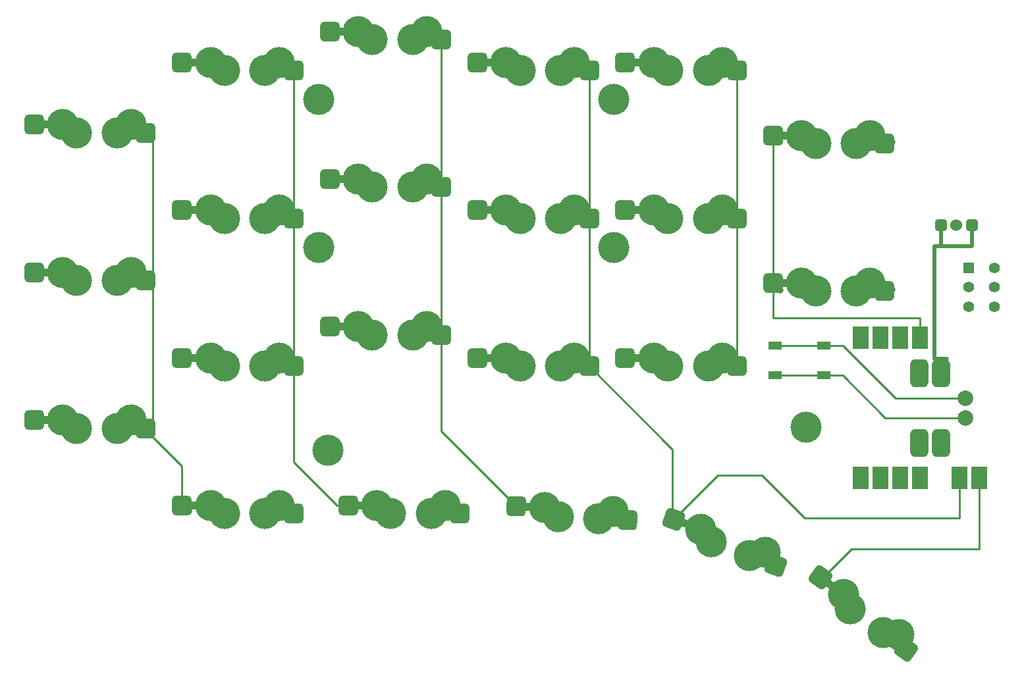
<source format=gbr>
%TF.GenerationSoftware,KiCad,Pcbnew,7.0.2-0*%
%TF.CreationDate,2024-02-18T21:26:20+01:00*%
%TF.ProjectId,defiant,64656669-616e-4742-9e6b-696361645f70,rev?*%
%TF.SameCoordinates,Original*%
%TF.FileFunction,Copper,L2,Bot*%
%TF.FilePolarity,Positive*%
%FSLAX46Y46*%
G04 Gerber Fmt 4.6, Leading zero omitted, Abs format (unit mm)*
G04 Created by KiCad (PCBNEW 7.0.2-0) date 2024-02-18 21:26:20*
%MOMM*%
%LPD*%
G01*
G04 APERTURE LIST*
G04 Aperture macros list*
%AMRoundRect*
0 Rectangle with rounded corners*
0 $1 Rounding radius*
0 $2 $3 $4 $5 $6 $7 $8 $9 X,Y pos of 4 corners*
0 Add a 4 corners polygon primitive as box body*
4,1,4,$2,$3,$4,$5,$6,$7,$8,$9,$2,$3,0*
0 Add four circle primitives for the rounded corners*
1,1,$1+$1,$2,$3*
1,1,$1+$1,$4,$5*
1,1,$1+$1,$6,$7*
1,1,$1+$1,$8,$9*
0 Add four rect primitives between the rounded corners*
20,1,$1+$1,$2,$3,$4,$5,0*
20,1,$1+$1,$4,$5,$6,$7,0*
20,1,$1+$1,$6,$7,$8,$9,0*
20,1,$1+$1,$8,$9,$2,$3,0*%
%AMRotRect*
0 Rectangle, with rotation*
0 The origin of the aperture is its center*
0 $1 length*
0 $2 width*
0 $3 Rotation angle, in degrees counterclockwise*
0 Add horizontal line*
21,1,$1,$2,0,0,$3*%
G04 Aperture macros list end*
%TA.AperFunction,ComponentPad*%
%ADD10C,4.000000*%
%TD*%
%TA.AperFunction,SMDPad,CuDef*%
%ADD11RoundRect,0.500000X-1.062296X-0.186149X0.151229X-1.067827X1.062296X0.186149X-0.151229X1.067827X0*%
%TD*%
%TA.AperFunction,SMDPad,CuDef*%
%ADD12RotRect,3.900000X1.000000X324.000000*%
%TD*%
%TA.AperFunction,SMDPad,CuDef*%
%ADD13RotRect,3.750000X1.000000X324.000000*%
%TD*%
%TA.AperFunction,SMDPad,CuDef*%
%ADD14RoundRect,0.500000X-0.750000X-0.775000X0.750000X-0.775000X0.750000X0.775000X-0.750000X0.775000X0*%
%TD*%
%TA.AperFunction,SMDPad,CuDef*%
%ADD15R,3.900000X1.000000*%
%TD*%
%TA.AperFunction,SMDPad,CuDef*%
%ADD16R,3.750000X1.000000*%
%TD*%
%TA.AperFunction,SMDPad,CuDef*%
%ADD17RoundRect,0.500000X-0.789533X-0.734686X0.708412X-0.813190X0.789533X0.734686X-0.708412X0.813190X0*%
%TD*%
%TA.AperFunction,SMDPad,CuDef*%
%ADD18RotRect,3.900000X1.000000X357.000000*%
%TD*%
%TA.AperFunction,SMDPad,CuDef*%
%ADD19RotRect,3.750000X1.000000X357.000000*%
%TD*%
%TA.AperFunction,SMDPad,CuDef*%
%ADD20R,2.000000X3.000000*%
%TD*%
%TA.AperFunction,ComponentPad*%
%ADD21C,2.000000*%
%TD*%
%TA.AperFunction,ComponentPad*%
%ADD22RoundRect,0.575000X0.575000X-1.225000X0.575000X1.225000X-0.575000X1.225000X-0.575000X-1.225000X0*%
%TD*%
%TA.AperFunction,ComponentPad*%
%ADD23RoundRect,0.381000X0.381000X0.381000X-0.381000X0.381000X-0.381000X-0.381000X0.381000X-0.381000X0*%
%TD*%
%TA.AperFunction,ComponentPad*%
%ADD24C,1.524000*%
%TD*%
%TA.AperFunction,SMDPad,CuDef*%
%ADD25RoundRect,0.500000X-0.969835X-0.471747X0.439704X-0.984777X0.969835X0.471747X-0.439704X0.984777X0*%
%TD*%
%TA.AperFunction,SMDPad,CuDef*%
%ADD26RotRect,3.900000X1.000000X340.000000*%
%TD*%
%TA.AperFunction,SMDPad,CuDef*%
%ADD27RotRect,3.750000X1.000000X340.000000*%
%TD*%
%TA.AperFunction,SMDPad,CuDef*%
%ADD28RoundRect,0.500000X0.750000X0.775000X-0.750000X0.775000X-0.750000X-0.775000X0.750000X-0.775000X0*%
%TD*%
%TA.AperFunction,ComponentPad*%
%ADD29R,1.400000X1.400000*%
%TD*%
%TA.AperFunction,ComponentPad*%
%ADD30C,1.400000*%
%TD*%
%TA.AperFunction,SMDPad,CuDef*%
%ADD31R,1.700000X1.000000*%
%TD*%
%TA.AperFunction,ViaPad*%
%ADD32C,0.800000*%
%TD*%
%TA.AperFunction,Conductor*%
%ADD33C,0.250000*%
%TD*%
%TA.AperFunction,Conductor*%
%ADD34C,0.500000*%
%TD*%
G04 APERTURE END LIST*
D10*
%TO.P,,1*%
%TO.N,N/C*%
X181220000Y-113710000D03*
%TD*%
D11*
%TO.P,T4,1,1*%
%TO.N,col4*%
X183037765Y-133010083D03*
D12*
X184433319Y-134024013D03*
D10*
X186010903Y-135170194D03*
X186849959Y-137077675D03*
%TO.P,T4,2,2*%
%TO.N,Net-(D20-A)*%
X191056847Y-140134158D03*
X193130252Y-140342704D03*
D13*
X192573754Y-141236256D03*
D11*
X194029984Y-142294269D03*
%TD*%
D14*
%TO.P,T0,1,1*%
%TO.N,col0*%
X100943816Y-123760449D03*
D15*
X102668816Y-123760449D03*
D10*
X104618816Y-123760449D03*
X106418816Y-124810449D03*
%TO.P,T0,2,2*%
%TO.N,Net-(D4-A)*%
X111618816Y-124810449D03*
X113418816Y-123760449D03*
D16*
X113493816Y-124810449D03*
D14*
X115293816Y-124810449D03*
%TD*%
D17*
%TO.P,T2,1,1*%
%TO.N,col2*%
X143934339Y-123844270D03*
D18*
X145656974Y-123934549D03*
D10*
X147604302Y-124036605D03*
X149346882Y-125179370D03*
%TO.P,T2,2,2*%
%TO.N,Net-(D12-A)*%
X154539756Y-125451517D03*
X156392242Y-124497161D03*
D19*
X156412186Y-125549647D03*
D17*
X158209720Y-125643852D03*
%TD*%
D20*
%TO.P,U1,1,PA02_A0_D0*%
%TO.N,col4*%
X203482449Y-120208323D03*
%TO.P,U1,2,PA4_A1_D1*%
%TO.N,col3*%
X200942449Y-120208323D03*
%TO.P,U1,4,PA11_A3_D3*%
%TO.N,col5*%
X195862449Y-102208323D03*
%TO.P,U1,5,PA8_A4_D4_SDA*%
%TO.N,row0*%
X193322449Y-102208323D03*
%TO.P,U1,6,PA9_A5_D5_SCL*%
%TO.N,row1*%
X190782449Y-102208323D03*
%TO.P,U1,7,PB08_A6_D6_TX*%
%TO.N,row2*%
X188242449Y-102208323D03*
%TO.P,U1,8,PB09_A7_D7_RX*%
%TO.N,col0*%
X188242449Y-120208323D03*
%TO.P,U1,9,PA7_A8_D8_SCK*%
%TO.N,col1*%
X190782449Y-120208323D03*
%TO.P,U1,10,PA5_A9_D9_MISO*%
%TO.N,col2*%
X193322449Y-120208323D03*
%TO.P,U1,11,PA6_A10_D10_MOSI*%
%TO.N,row3*%
X195862449Y-120208323D03*
D21*
%TO.P,U1,19,RESET*%
%TO.N,Net-(U1-RESET)*%
X201712449Y-109938323D03*
%TO.P,U1,20,GND*%
%TO.N,Net-(SW1-Pad2)*%
X201712449Y-112478323D03*
D22*
%TO.P,U1,21,BAT-*%
%TO.N,Net-(J1-Pin_1)*%
X198512449Y-106708323D03*
X198512449Y-115708323D03*
%TO.P,U1,22,BAT+*%
%TO.N,Net-(U1-BAT+)*%
X195737449Y-106708323D03*
X195737449Y-115708323D03*
%TD*%
D10*
%TO.P,REF\u002A\u002A,1*%
%TO.N,N/C*%
X118494251Y-90563323D03*
%TD*%
%TO.P,,1*%
%TO.N,N/C*%
X119704251Y-116603323D03*
%TD*%
D14*
%TO.P,C5R2,1,1*%
%TO.N,col5*%
X176943821Y-76143323D03*
D15*
X178668821Y-76143323D03*
D10*
X180618821Y-76143323D03*
X182418821Y-77193323D03*
%TO.P,C5R2,2,2*%
%TO.N,Net-(D22-A)*%
X187618821Y-77193323D03*
X189418821Y-76143323D03*
D16*
X189493821Y-77193323D03*
D14*
X191293821Y-77193323D03*
%TD*%
%TO.P,T1,1,1*%
%TO.N,col1*%
X122318816Y-123760448D03*
D15*
X124043816Y-123760448D03*
D10*
X125993816Y-123760448D03*
X127793816Y-124810448D03*
%TO.P,T1,2,2*%
%TO.N,Net-(D8-A)*%
X132993816Y-124810448D03*
X134793816Y-123760448D03*
D16*
X134868816Y-124810448D03*
D14*
X136668816Y-124810448D03*
%TD*%
D10*
%TO.P,REF\u002A\u002A,1*%
%TO.N,N/C*%
X156494251Y-71553323D03*
%TD*%
D23*
%TO.P,J1,1,Pin_1*%
%TO.N,Net-(J1-Pin_1)*%
X202520000Y-87710000D03*
X198520000Y-87710000D03*
D24*
%TO.P,J1,2,Pin_2*%
%TO.N,Net-(J1-Pin_2)*%
X200520000Y-87710000D03*
%TD*%
D25*
%TO.P,T3,1,1*%
%TO.N,col3*%
X164203071Y-125535050D03*
D26*
X165824041Y-126125034D03*
D10*
X167656442Y-126791974D03*
X168988767Y-128394287D03*
%TO.P,T3,2,2*%
%TO.N,Net-(D16-A)*%
X173875169Y-130172792D03*
X175925737Y-129801751D03*
D27*
X175637093Y-130814080D03*
D25*
X177328539Y-131429716D03*
%TD*%
D14*
%TO.P,C5R3,1,1*%
%TO.N,col5*%
X176943821Y-95143323D03*
D15*
X178668821Y-95143323D03*
D10*
X180618821Y-95143323D03*
X182418821Y-96193323D03*
%TO.P,C5R3,2,2*%
%TO.N,Net-(D23-A)*%
X187618821Y-96193323D03*
X189418821Y-95143323D03*
D16*
X189493821Y-96193323D03*
D14*
X191293821Y-96193323D03*
%TD*%
D10*
%TO.P,REF\u002A\u002A,1*%
%TO.N,N/C*%
X118494251Y-71553323D03*
%TD*%
%TO.P,REF\u002A\u002A,1*%
%TO.N,N/C*%
X156494251Y-90563323D03*
%TD*%
D28*
%TO.P,C3R1,1,1*%
%TO.N,col3*%
X153293815Y-67810448D03*
D16*
X151493815Y-67810448D03*
D10*
X151418815Y-66760448D03*
X149618815Y-67810448D03*
%TO.P,C3R1,2,2*%
%TO.N,Net-(D13-A)*%
X144418815Y-67810448D03*
X142618815Y-66760448D03*
D15*
X140668815Y-66760448D03*
D28*
X138943815Y-66760448D03*
%TD*%
%TO.P,C3R3,1,1*%
%TO.N,col3*%
X153293816Y-105810447D03*
D16*
X151493816Y-105810447D03*
D10*
X151418816Y-104760447D03*
X149618816Y-105810447D03*
%TO.P,C3R3,2,2*%
%TO.N,Net-(D15-A)*%
X144418816Y-105810447D03*
X142618816Y-104760447D03*
D15*
X140668816Y-104760447D03*
D28*
X138943816Y-104760447D03*
%TD*%
%TO.P,C2R3,1,1*%
%TO.N,col2*%
X134293815Y-101810447D03*
D16*
X132493815Y-101810447D03*
D10*
X132418815Y-100760447D03*
X130618815Y-101810447D03*
%TO.P,C2R3,2,2*%
%TO.N,Net-(D11-A)*%
X125418815Y-101810447D03*
X123618815Y-100760447D03*
D15*
X121668815Y-100760447D03*
D28*
X119943815Y-100760447D03*
%TD*%
%TO.P,C3R2,1,1*%
%TO.N,col3*%
X153293815Y-86810448D03*
D16*
X151493815Y-86810448D03*
D10*
X151418815Y-85760448D03*
X149618815Y-86810448D03*
%TO.P,C3R2,2,2*%
%TO.N,Net-(D14-A)*%
X144418815Y-86810448D03*
X142618815Y-85760448D03*
D15*
X140668815Y-85760448D03*
D28*
X138943815Y-85760448D03*
%TD*%
%TO.P,C0R2,1,1*%
%TO.N,col0*%
X96293816Y-94810447D03*
D16*
X94493816Y-94810447D03*
D10*
X94418816Y-93760447D03*
X92618816Y-94810447D03*
%TO.P,C0R2,2,2*%
%TO.N,Net-(D2-A)*%
X87418816Y-94810447D03*
X85618816Y-93760447D03*
D15*
X83668816Y-93760447D03*
D28*
X81943816Y-93760447D03*
%TD*%
%TO.P,C0R1,1,1*%
%TO.N,col0*%
X96293816Y-75810448D03*
D16*
X94493816Y-75810448D03*
D10*
X94418816Y-74760448D03*
X92618816Y-75810448D03*
%TO.P,C0R1,2,2*%
%TO.N,Net-(D1-A)*%
X87418816Y-75810448D03*
X85618816Y-74760448D03*
D15*
X83668816Y-74760448D03*
D28*
X81943816Y-74760448D03*
%TD*%
%TO.P,C0R3,1,1*%
%TO.N,col0*%
X96293815Y-113810447D03*
D16*
X94493815Y-113810447D03*
D10*
X94418815Y-112760447D03*
X92618815Y-113810447D03*
%TO.P,C0R3,2,2*%
%TO.N,Net-(D3-A)*%
X87418815Y-113810447D03*
X85618815Y-112760447D03*
D15*
X83668815Y-112760447D03*
D28*
X81943815Y-112760447D03*
%TD*%
%TO.P,C4R2,1,1*%
%TO.N,col4*%
X172293816Y-86810447D03*
D16*
X170493816Y-86810447D03*
D10*
X170418816Y-85760447D03*
X168618816Y-86810447D03*
%TO.P,C4R2,2,2*%
%TO.N,Net-(D18-A)*%
X163418816Y-86810447D03*
X161618816Y-85760447D03*
D15*
X159668816Y-85760447D03*
D28*
X157943816Y-85760447D03*
%TD*%
%TO.P,C1R3,1,1*%
%TO.N,col1*%
X115293815Y-105810447D03*
D16*
X113493815Y-105810447D03*
D10*
X113418815Y-104760447D03*
X111618815Y-105810447D03*
%TO.P,C1R3,2,2*%
%TO.N,Net-(D7-A)*%
X106418815Y-105810447D03*
X104618815Y-104760447D03*
D15*
X102668815Y-104760447D03*
D28*
X100943815Y-104760447D03*
%TD*%
D29*
%TO.P,SW3,1,1*%
%TO.N,Net-(J1-Pin_2)*%
X202120000Y-93160000D03*
D30*
%TO.P,SW3,2,2*%
%TO.N,unconnected-(SW3-Pad2)*%
X202120000Y-95660000D03*
%TO.P,SW3,3,3*%
%TO.N,Net-(U1-BAT+)*%
X202120000Y-98160000D03*
%TO.P,SW3,4,4*%
%TO.N,unconnected-(SW3-Pad4)*%
X205420000Y-93160000D03*
%TO.P,SW3,5*%
%TO.N,N/C*%
X205420000Y-95660000D03*
%TO.P,SW3,6*%
X205420000Y-98160000D03*
%TD*%
D31*
%TO.P,SW2,1,1*%
%TO.N,Net-(U1-RESET)*%
X183490000Y-103220000D03*
X177190000Y-103220000D03*
%TO.P,SW2,2,2*%
%TO.N,Net-(SW1-Pad2)*%
X183490000Y-107020000D03*
X177190000Y-107020000D03*
%TD*%
D28*
%TO.P,C2R2,1,1*%
%TO.N,col2*%
X134293815Y-82810447D03*
D16*
X132493815Y-82810447D03*
D10*
X132418815Y-81760447D03*
X130618815Y-82810447D03*
%TO.P,C2R2,2,2*%
%TO.N,Net-(D10-A)*%
X125418815Y-82810447D03*
X123618815Y-81760447D03*
D15*
X121668815Y-81760447D03*
D28*
X119943815Y-81760447D03*
%TD*%
%TO.P,C2R1,1,1*%
%TO.N,col2*%
X134293815Y-63810447D03*
D16*
X132493815Y-63810447D03*
D10*
X132418815Y-62760447D03*
X130618815Y-63810447D03*
%TO.P,C2R1,2,2*%
%TO.N,Net-(D9-A)*%
X125418815Y-63810447D03*
X123618815Y-62760447D03*
D15*
X121668815Y-62760447D03*
D28*
X119943815Y-62760447D03*
%TD*%
%TO.P,C1R2,1,1*%
%TO.N,col1*%
X115293815Y-86810448D03*
D16*
X113493815Y-86810448D03*
D10*
X113418815Y-85760448D03*
X111618815Y-86810448D03*
%TO.P,C1R2,2,2*%
%TO.N,Net-(D6-A)*%
X106418815Y-86810448D03*
X104618815Y-85760448D03*
D15*
X102668815Y-85760448D03*
D28*
X100943815Y-85760448D03*
%TD*%
%TO.P,C4R3,1,1*%
%TO.N,col4*%
X172293815Y-105810447D03*
D16*
X170493815Y-105810447D03*
D10*
X170418815Y-104760447D03*
X168618815Y-105810447D03*
%TO.P,C4R3,2,2*%
%TO.N,Net-(D19-A)*%
X163418815Y-105810447D03*
X161618815Y-104760447D03*
D15*
X159668815Y-104760447D03*
D28*
X157943815Y-104760447D03*
%TD*%
%TO.P,C1R1,1,1*%
%TO.N,col1*%
X115293817Y-67810447D03*
D16*
X113493817Y-67810447D03*
D10*
X113418817Y-66760447D03*
X111618817Y-67810447D03*
%TO.P,C1R1,2,2*%
%TO.N,Net-(D5-A)*%
X106418817Y-67810447D03*
X104618817Y-66760447D03*
D15*
X102668817Y-66760447D03*
D28*
X100943817Y-66760447D03*
%TD*%
%TO.P,C4R1,1,1*%
%TO.N,col4*%
X172293815Y-67810447D03*
D16*
X170493815Y-67810447D03*
D10*
X170418815Y-66760447D03*
X168618815Y-67810447D03*
%TO.P,C4R1,2,2*%
%TO.N,Net-(D17-A)*%
X163418815Y-67810447D03*
X161618815Y-66760447D03*
D15*
X159668815Y-66760447D03*
D28*
X157943815Y-66760447D03*
%TD*%
D32*
%TO.N,col4*%
X183204251Y-134123323D03*
%TO.N,Net-(D20-A)*%
X195116148Y-142115547D03*
%TO.N,col5*%
X195870000Y-102160000D03*
%TO.N,row2*%
X188220000Y-102160000D03*
%TO.N,Net-(D23-A)*%
X192270000Y-96010000D03*
%TO.N,col5*%
X177870000Y-96110000D03*
X177820000Y-77060000D03*
%TO.N,Net-(D22-A)*%
X192270000Y-77060000D03*
%TO.N,col0*%
X97108815Y-94500447D03*
X188262448Y-120133324D03*
X97148815Y-75500448D03*
X97088816Y-113510447D03*
X101838815Y-124550447D03*
%TO.N,Net-(D1-A)*%
X82738815Y-75550448D03*
%TO.N,Net-(D2-A)*%
X82718815Y-94520448D03*
%TO.N,Net-(D3-A)*%
X82738816Y-113530447D03*
%TO.N,col1*%
X123093816Y-124580447D03*
X190762449Y-120133323D03*
X116128815Y-67530448D03*
X116138816Y-86530447D03*
X116108815Y-105510448D03*
%TO.N,Net-(D5-A)*%
X101698816Y-67540447D03*
%TO.N,Net-(D6-A)*%
X101728815Y-86570447D03*
%TO.N,Net-(D7-A)*%
X101718815Y-105530447D03*
%TO.N,col2*%
X135128815Y-82530447D03*
X144654251Y-124723323D03*
X135128816Y-63550447D03*
X193262449Y-120133324D03*
X135128815Y-101540448D03*
%TO.N,Net-(D9-A)*%
X120698816Y-63570448D03*
%TO.N,Net-(D10-A)*%
X120738816Y-82560447D03*
%TO.N,Net-(D11-A)*%
X120708816Y-101580447D03*
%TO.N,col3*%
X164654251Y-126573323D03*
X154128816Y-86540447D03*
X154138815Y-67540448D03*
X154128817Y-105540448D03*
X200942448Y-120208323D03*
%TO.N,Net-(D13-A)*%
X139718815Y-67540447D03*
%TO.N,Net-(D14-A)*%
X139728816Y-86570448D03*
%TO.N,Net-(D15-A)*%
X139718816Y-105560447D03*
%TO.N,col4*%
X203482449Y-120208324D03*
X173138816Y-86540447D03*
X173128816Y-67530448D03*
X173138815Y-105550447D03*
%TO.N,Net-(D17-A)*%
X158728816Y-67570447D03*
%TO.N,Net-(D18-A)*%
X158708816Y-86570448D03*
%TO.N,Net-(D19-A)*%
X158728816Y-105550448D03*
%TO.N,row0*%
X193262448Y-102133324D03*
%TO.N,row1*%
X190762448Y-102133323D03*
%TO.N,row3*%
X195762448Y-120133324D03*
%TO.N,Net-(D4-A)*%
X116148816Y-124000447D03*
%TO.N,Net-(D8-A)*%
X137463816Y-124010447D03*
%TO.N,Net-(D12-A)*%
X159024250Y-124903324D03*
%TO.N,Net-(D16-A)*%
X178332811Y-130955266D03*
%TO.N,Net-(U1-RESET)*%
X183470000Y-103210000D03*
X177170000Y-103210000D03*
%TO.N,Net-(SW1-Pad2)*%
X177170000Y-107010000D03*
X183490000Y-107020000D03*
%TD*%
D33*
%TO.N,col5*%
X195862449Y-102167551D02*
X195862449Y-102208323D01*
X195870000Y-102160000D02*
X195862449Y-102167551D01*
X195862449Y-102152449D02*
X195870000Y-102160000D01*
%TO.N,col0*%
X96293816Y-94810447D02*
X97174251Y-93930012D01*
X97214251Y-112890011D02*
X97214251Y-95730882D01*
X96293815Y-113810447D02*
X97214251Y-112890011D01*
X97174251Y-76690883D02*
X96293816Y-75810448D01*
X96293815Y-114060447D02*
X100943816Y-118710448D01*
X97174251Y-93930012D02*
X97174251Y-76690883D01*
X97214251Y-95730882D02*
X96293816Y-94810447D01*
X100943816Y-118710448D02*
X100943816Y-123760449D01*
%TO.N,col1*%
X115293815Y-105810447D02*
X115293816Y-118133816D01*
X115293816Y-67810448D02*
X115293816Y-86810447D01*
X120920448Y-123760448D02*
X122318816Y-123760448D01*
X115293816Y-86810447D02*
X115293815Y-105810447D01*
X115293816Y-118133816D02*
X120920448Y-123760448D01*
%TO.N,col2*%
X134293816Y-63810447D02*
X134293816Y-82810447D01*
X134293815Y-101810447D02*
X134293815Y-114203746D01*
X134293815Y-114203746D02*
X143934339Y-123844270D01*
X134293816Y-82810447D02*
X134293815Y-101810448D01*
%TO.N,col3*%
X164203071Y-125535050D02*
X169878121Y-119860000D01*
X181020000Y-125360000D02*
X200942449Y-125360000D01*
X153293816Y-86810447D02*
X153293815Y-105810448D01*
X164020000Y-125351979D02*
X164020000Y-116536631D01*
X200942449Y-125360000D02*
X200942449Y-120208323D01*
X169878121Y-119860000D02*
X175520000Y-119860000D01*
X164020000Y-116536631D02*
X153293816Y-105810447D01*
X164203071Y-125535050D02*
X164020000Y-125351979D01*
X153293815Y-67810447D02*
X153293816Y-86810447D01*
X175520000Y-119860000D02*
X181020000Y-125360000D01*
%TO.N,col4*%
X183369917Y-133010083D02*
X183037765Y-133010083D01*
X172293816Y-67810447D02*
X172293815Y-86810448D01*
X203482449Y-129360000D02*
X187020000Y-129360000D01*
X203482449Y-120208323D02*
X203482449Y-129360000D01*
X187020000Y-129360000D02*
X183369917Y-133010083D01*
X172293815Y-86810448D02*
X172293815Y-105810447D01*
%TO.N,col5*%
X176920000Y-99660000D02*
X195820000Y-99660000D01*
X176943821Y-95143323D02*
X176943821Y-99636179D01*
X176943821Y-99636179D02*
X176920000Y-99660000D01*
X195862449Y-99702449D02*
X195862449Y-102152449D01*
X195820000Y-99660000D02*
X195862449Y-99702449D01*
X176943821Y-76143323D02*
X176943821Y-95143323D01*
D34*
%TO.N,Net-(J1-Pin_1)*%
X198620000Y-104860000D02*
X197720000Y-104860000D01*
X198620000Y-104860000D02*
X199320000Y-104860000D01*
X197869060Y-106471975D02*
X197869060Y-107096638D01*
X198520000Y-90430000D02*
X198520000Y-87710000D01*
X197720000Y-90430000D02*
X198520000Y-90430000D01*
X197720000Y-104860000D02*
X197720000Y-90430000D01*
X198620000Y-104860000D02*
X198620000Y-105498472D01*
X198520000Y-90430000D02*
X202520000Y-90430000D01*
X202520000Y-90430000D02*
X202520000Y-87710000D01*
D33*
X197869060Y-107096638D02*
X197875745Y-107103323D01*
%TO.N,Net-(U1-RESET)*%
X185970000Y-103210000D02*
X183470000Y-103210000D01*
X201712449Y-109938323D02*
X192698323Y-109938323D01*
X192698323Y-109938323D02*
X185970000Y-103210000D01*
X177170000Y-103210000D02*
X183470000Y-103210000D01*
%TO.N,Net-(SW1-Pad2)*%
X191388323Y-112478323D02*
X185920000Y-107010000D01*
X177190000Y-107020000D02*
X183490000Y-107020000D01*
X201712448Y-112478324D02*
X191388323Y-112478323D01*
X185910000Y-107020000D02*
X183490000Y-107020000D01*
X185920000Y-107010000D02*
X185910000Y-107020000D01*
%TD*%
M02*

</source>
